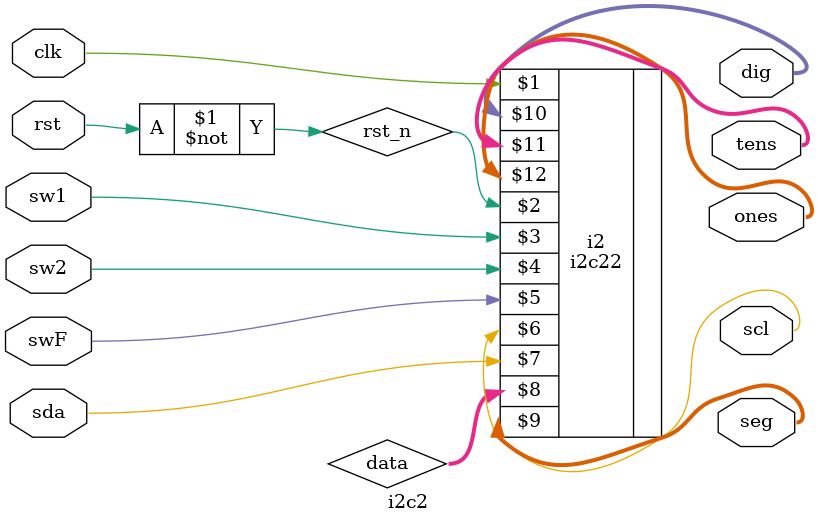
<source format=v>
`timescale 1ns / 1ps

module i2c2(
    input clk,
    input swF, rst, sw1, sw2,  //swF = sw15
   
    output scl,
    inout sda,
    output wire [6:0] seg,
    output wire [7:0] dig,
    output [3:0] tens,
    output [3:0] ones
    );

    wire [15:0] data;
 
   assign rst_n = ~rst;
   //Temp Sensor
   i2c22 i2(clk,rst_n,sw1,sw2,swF,scl,sda,data,seg,dig, tens, ones);

endmodule
</source>
